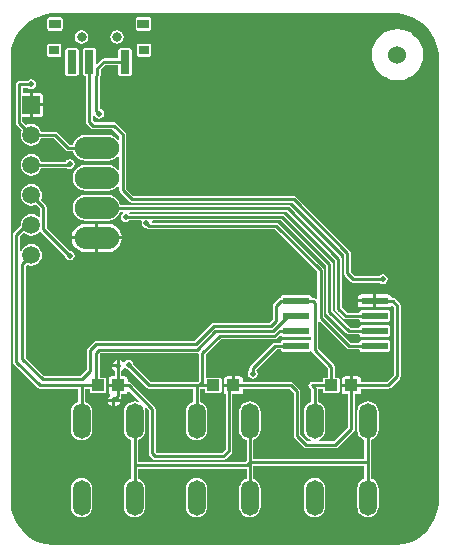
<source format=gtl>
%FSTAX23Y23*%
%MOIN*%
%SFA1B1*%

%IPPOS*%
%ADD10R,0.090000X0.023620*%
%ADD11R,0.043310X0.039370*%
%ADD12R,0.031500X0.078740*%
%ADD13R,0.035430X0.031500*%
%ADD14R,0.039370X0.031500*%
%ADD15C,0.010000*%
%ADD16C,0.060000*%
%ADD17C,0.059050*%
%ADD18R,0.059050X0.059050*%
%ADD19O,0.059050X0.118110*%
%ADD20C,0.031500*%
%ADD21O,0.148000X0.074000*%
%ADD22C,0.019680*%
%LNpcb1-1*%
%LPD*%
G36*
X01308Y01769D02*
X01327Y01764D01*
X01344Y01756*
X01361Y01747*
X01377Y01735*
X0139Y01721*
X01402Y01706*
X01412Y01689*
X01419Y01671*
X01424Y01652*
X01427Y01633*
Y01624*
Y00147*
Y00137*
X01424Y00118*
X01419Y001*
X01412Y00082*
X01402Y00065*
X0139Y0005*
X01377Y00036*
X01361Y00024*
X01344Y00014*
X01327Y00007*
X01308Y00002*
X01289Y0*
X00137*
X00118Y00002*
X001Y00007*
X00082Y00014*
X00065Y00024*
X0005Y00036*
X00036Y0005*
X00024Y00065*
X00014Y00082*
X00007Y001*
X00002Y00118*
X0Y00137*
Y00147*
Y01624*
Y01633*
X00002Y01652*
X00007Y01671*
X00014Y01689*
X00024Y01706*
X00036Y01721*
X0005Y01735*
X00065Y01747*
X00082Y01756*
X001Y01764*
X00118Y01769*
X00137Y01771*
X01289*
X01308Y01769*
G37*
%LNpcb1-2*%
%LPC*%
G36*
X01208Y00808D02*
X01158D01*
Y00801*
X01159Y00797*
X01161Y00794*
X01164Y00791*
X01168Y00791*
X01208*
Y00808*
G37*
G36*
X00068Y01202D02*
X00059Y01201D01*
X0005Y01197*
X00043Y01191*
X00037Y01184*
X00034Y01175*
X00033Y01166*
X00034Y01157*
X00037Y01148*
X00043Y01141*
X0005Y01135*
X00059Y01131*
X00068Y0113*
X00078Y01131*
X00084Y01134*
X00098Y01121*
Y01094*
X00093Y01092*
X00086Y01097*
X00078Y01101*
X00068Y01102*
X00059Y01101*
X0005Y01097*
X00043Y01091*
X00037Y01084*
X00034Y01075*
X00033Y01066*
X00033Y01063*
X00011Y01041*
X00009Y01037*
X00008Y01033*
Y01033*
Y0061*
X00009Y00605*
X00011Y00602*
X0009Y00523*
X00094Y00521*
X00098Y0052*
X00225*
Y00476*
X00218Y00473*
X0021Y00468*
X00205Y0046*
X00201Y00452*
X002Y00442*
Y00383*
X00201Y00374*
X00205Y00365*
X0021Y00358*
X00218Y00352*
X00226Y00349*
X00236Y00348*
X00245Y00349*
X00254Y00352*
X00261Y00358*
X00267Y00365*
X0027Y00374*
X00272Y00383*
Y00442*
X0027Y00452*
X00267Y0046*
X00261Y00468*
X00254Y00473*
X00247Y00476*
Y0052*
X00263*
Y00511*
X00265Y00507*
X00269Y00505*
X00313*
X00317Y00507*
X00319Y00511*
Y00551*
X00317Y00555*
X00313Y00557*
X00296*
Y00635*
X00299Y00638*
X0062*
X00623Y00639*
X00626Y00637*
X00628Y00636*
Y00545*
X00625Y00542*
X00467*
X00409Y006*
X00409Y006*
X00408Y00606*
X00405Y00611*
X00399Y00615*
X00393Y00616*
X00387Y00615*
X00382Y00611*
X0038Y00608*
X00374Y00608*
X00374Y00608*
X00372Y0061*
X00366Y00615*
X00363Y00615*
Y00596*
X00358*
Y00591*
X00339*
X00339Y00588*
X00343Y00582*
X00347Y0058*
Y00561*
X00336*
X00332Y0056*
X00329Y00558*
X00327Y00555*
X00326Y00551*
Y00536*
X00358*
Y00526*
X00326*
Y00511*
X00327Y00507*
X00329Y00504*
X00331Y00503*
X00331Y00498*
X00331Y00497*
X0033Y00496*
X00325Y0049*
X00325Y00487*
X00365*
X00366Y00488*
X00368Y00491*
X00369Y00496*
Y00501*
X00379*
X00383Y00502*
X00387Y00504*
X00389Y00507*
X0039Y00511*
Y00512*
X00394Y00514*
X00429Y0048*
X00426Y00476*
X00422Y00477*
X00413Y00478*
X00404Y00477*
X00395Y00473*
X00388Y00468*
X00382Y0046*
X00378Y00452*
X00377Y00442*
Y00383*
X00378Y00374*
X00382Y00365*
X00388Y00358*
X00395Y00352*
X00402Y0035*
Y00265*
Y0022*
X00395Y00218*
X00388Y00212*
X00382Y00204*
X00378Y00196*
X00377Y00187*
Y00127*
X00378Y00118*
X00382Y0011*
X00388Y00102*
X00395Y00096*
X00404Y00093*
X00413Y00092*
X00422Y00093*
X00431Y00096*
X00438Y00102*
X00444Y0011*
X00448Y00118*
X00449Y00127*
Y00187*
X00448Y00196*
X00444Y00204*
X00438Y00212*
X00431Y00218*
X00424Y0022*
Y00254*
X00433*
X00433*
X00786*
Y0022*
X00779Y00218*
X00771Y00212*
X00766Y00204*
X00762Y00196*
X00761Y00187*
Y00127*
X00762Y00118*
X00766Y0011*
X00771Y00102*
X00779Y00096*
X00787Y00093*
X00797Y00092*
X00806Y00093*
X00815Y00096*
X00822Y00102*
X00828Y0011*
X00831Y00118*
X00833Y00127*
Y00187*
X00831Y00196*
X00828Y00204*
X00822Y00212*
X00815Y00218*
X00808Y0022*
Y00264*
X01179*
Y0022*
X01173Y00218*
X01165Y00212*
X01159Y00204*
X01156Y00196*
X01155Y00187*
Y00127*
X01156Y00118*
X01159Y0011*
X01165Y00102*
X01173Y00096*
X01181Y00093*
X0119Y00092*
X012Y00093*
X01208Y00096*
X01216Y00102*
X01221Y0011*
X01225Y00118*
X01226Y00127*
Y00187*
X01225Y00196*
X01221Y00204*
X01216Y00212*
X01208Y00218*
X01202Y0022*
Y00275*
Y0035*
X01208Y00352*
X01216Y00358*
X01221Y00365*
X01225Y00374*
X01226Y00383*
Y00442*
X01225Y00452*
X01221Y0046*
X01216Y00468*
X01208Y00473*
X012Y00477*
X0119Y00478*
X01181Y00477*
X01173Y00473*
X01165Y00468*
X01159Y0046*
X01156Y00452*
X01155Y00442*
Y00383*
X01156Y00374*
X01159Y00365*
X01165Y00358*
X01173Y00352*
X01179Y0035*
Y00286*
X00808*
Y0035*
X00815Y00352*
X00822Y00358*
X00828Y00365*
X00831Y00374*
X00833Y00383*
Y00442*
X00831Y00452*
X00828Y0046*
X00822Y00468*
X00815Y00473*
X00806Y00477*
X00797Y00478*
X00787Y00477*
X00779Y00473*
X00771Y00468*
X00766Y0046*
X00762Y00452*
X00761Y00442*
Y00383*
X00762Y00374*
X00766Y00365*
X00771Y00358*
X00779Y00352*
X00786Y0035*
Y0028*
X00782Y00276*
X00433*
X00433Y00276*
X00424*
Y0035*
X00431Y00352*
X00438Y00358*
X00444Y00365*
X00448Y00374*
X00449Y00383*
Y00442*
X00448Y00452*
X00446Y00455*
X0045Y00458*
X00461Y00448*
Y00305*
X00462Y003*
X00464Y00297*
X00474Y00287*
X00477Y00284*
X00482Y00284*
X00708*
X00712Y00284*
X00716Y00287*
X00736Y00307*
X00738Y0031*
X00739Y00314*
Y00501*
X00763*
X00767Y00502*
X0077Y00504*
X00773Y00507*
X00773Y00511*
Y0052*
X0093*
X00943Y00507*
Y00364*
X00944Y00359*
X00946Y00356*
X00976Y00326*
X00979Y00324*
X00984Y00323*
X01082*
X01086Y00324*
X0109Y00326*
X01143Y00379*
X01146Y00383*
X01147Y00387*
Y00501*
X01157*
X01161Y00502*
X01164Y00504*
X01166Y00507*
X01167Y00511*
Y0052*
X01259*
X01264Y00521*
X01267Y00523*
X01297Y00553*
X01299Y00556*
X013Y00561*
Y00797*
X01299Y00801*
X01297Y00805*
X01281Y00821*
X01277Y00823*
X01273Y00824*
X01268Y00825*
X01268Y00828*
X01265Y00832*
X01262Y00834*
X01258Y00835*
X01218*
Y00813*
Y00791*
X01258*
X01262Y00791*
X01265Y00794*
X01267Y00796*
X01271Y00797*
X01273Y00797*
X01278Y00792*
Y00565*
X01255Y00542*
X01167*
Y00551*
X01166Y00555*
X01164Y00558*
X01161Y0056*
X01157Y00561*
X0114*
Y00531*
X01135*
Y00526*
X01103*
Y00511*
X01104Y00507*
X01106Y00504*
X0111Y00502*
X01114Y00501*
X01124*
Y00392*
X01078Y00345*
X01027*
X01026Y0035*
X01031Y00352*
X01039Y00358*
X01044Y00365*
X01048Y00374*
X01049Y00383*
Y00442*
X01048Y00452*
X01044Y0046*
X01039Y00468*
X01031Y00473*
X01025Y00476*
Y0052*
X0104*
Y00511*
X01042Y00507*
X01047Y00505*
X0109*
X01095Y00507*
X01097Y00511*
Y00551*
X01095Y00555*
X0109Y00557*
X0108*
Y00594*
X01079Y00598*
X01076Y00602*
X01024Y00654*
Y00743*
X01029Y00745*
X0112Y00655*
X01123Y00652*
X01128Y00651*
X01162*
Y00651*
X01164Y00646*
X01168Y00644*
X01258*
X01263Y00646*
X01265Y00651*
Y00675*
X01263Y00679*
X01258Y00681*
X01168*
X01164Y00679*
X01162Y00675*
Y00674*
X01132*
X01044Y00762*
Y00915*
X01043Y00919*
X01041Y00923*
X00893Y0107*
X0089Y01073*
X00885Y01074*
X00472*
X00471Y01076*
X00474Y01081*
X009*
X01051Y0093*
Y00777*
X01052Y00773*
X01055Y00769*
X01119Y00705*
X01123Y00702*
X01127Y00701*
X01162*
Y00701*
X01164Y00696*
X01168Y00694*
X01258*
X01263Y00696*
X01265Y00701*
Y00725*
X01263Y00729*
X01258Y00731*
X01168*
X01164Y00729*
X01162Y00725*
Y00724*
X01132*
X01074Y00782*
Y00935*
X01073Y00939*
X0107Y00942*
X00913Y011*
X00909Y01102*
X00905Y01103*
X00466*
X00465Y01104*
X00461Y01104*
X00444*
X00439Y01104*
X00439Y01103*
X00396*
X00394Y01105*
X00396Y0111*
X0092*
X01081Y0095*
Y00787*
X01082Y00783*
X01084Y00779*
X01108Y00755*
X01112Y00752*
X01116Y00751*
X01162*
Y00751*
X01164Y00746*
X01168Y00744*
X01258*
X01263Y00746*
X01265Y00751*
Y00775*
X01263Y00779*
X01258Y00781*
X01168*
X01164Y00779*
X01162Y00775*
Y00774*
X01121*
X01103Y00792*
Y00954*
X01102Y00959*
X011Y00962*
X00933Y01129*
X00929Y01132*
X00925Y01133*
X00366*
X00365Y01134*
X00361Y01144*
X00354Y01153*
X00345Y0116*
X00335Y01165*
X00324Y01166*
X0025*
X00238Y01165*
X00228Y0116*
X00219Y01153*
X00212Y01144*
X00208Y01134*
X00206Y01123*
X00208Y01112*
X00212Y01101*
X00219Y01092*
X00228Y01085*
X00238Y01081*
X0025Y01079*
X00324*
X00335Y01081*
X00345Y01085*
X00354Y01092*
X00361Y01101*
X00365Y0111*
X00373*
X00375Y01105*
X00372Y01103*
X00368Y01098*
X00367Y01092*
X00368Y01086*
X00372Y01081*
X00377Y01077*
X00383Y01076*
X0039Y01077*
X00395Y01081*
X00395Y01081*
X00433*
X00437Y01076*
X00436Y01072*
X00437Y01066*
X00441Y01061*
X00446Y01057*
X00452Y01056*
X00453Y01056*
X00454Y01055*
X00458Y01052*
X00462Y01051*
X00881*
X01022Y0091*
Y00821*
X01017Y00819*
X01015Y00821*
X01011Y00823*
X01007Y00824*
X01003Y00824*
Y00825*
X01001Y00829*
X00996Y00831*
X00906*
X00901Y00829*
X009Y00825*
Y00824*
X00897Y00823*
X00893Y00821*
X00877Y00805*
X00875Y00801*
X00874Y00797*
Y00752*
X00862Y00739*
X00676*
X00671Y00738*
X00668Y00736*
X00612Y0068*
X00285*
X00281Y00679*
X00277Y00677*
X00257Y00657*
X00255Y00653*
X00254Y00649*
Y00585*
X00231Y00562*
X00112*
X0005Y00624*
Y0093*
X00054Y00933*
X00059Y00931*
X00068Y0093*
X00078Y00931*
X00086Y00935*
X00094Y00941*
X00099Y00948*
X00103Y00957*
X00104Y00966*
X00103Y00975*
X00099Y00984*
X00094Y00991*
X00086Y00997*
X00078Y01001*
X00068Y01002*
X00059Y01001*
X0005Y00997*
X00043Y00991*
X00037Y00984*
X00035Y00979*
X0003Y0098*
Y01028*
X00043Y01041*
X00043Y01041*
X0005Y01035*
X00059Y01031*
X00068Y0103*
X00078Y01031*
X00086Y01035*
X00094Y01041*
X00096Y01044*
X00096*
X00102Y01043*
X0018Y00964*
X0018Y00964*
X00181Y00958*
X00185Y00953*
X0019Y00949*
X00196Y00948*
X00203Y00949*
X00208Y00953*
X00211Y00958*
X00213Y00964*
X00211Y0097*
X00208Y00975*
X00203Y00979*
X00196Y0098*
X00196Y0098*
X0012Y01056*
Y01126*
X00119Y0113*
X00117Y01133*
X001Y0115*
X00103Y01157*
X00104Y01166*
X00103Y01175*
X00099Y01184*
X00094Y01191*
X00086Y01197*
X00078Y01201*
X00068Y01202*
G37*
G36*
X00353Y00615D02*
X0035Y00615D01*
X00343Y0061*
X00339Y00604*
X00339Y00601*
X00353*
Y00615*
G37*
G36*
X0037Y01018D02*
X00292D01*
Y00975*
X00324*
X00336Y00977*
X00347Y00982*
X00357Y00989*
X00365Y00999*
X00369Y0101*
X0037Y01018*
G37*
G36*
X00282D02*
X00203D01*
X00204Y0101*
X00208Y00999*
X00216Y00989*
X00226Y00982*
X00237Y00977*
X0025Y00975*
X00282*
Y01018*
G37*
G36*
X01208Y00835D02*
X01168D01*
X01164Y00834*
X01161Y00832*
X01159Y00828*
X01158Y00825*
Y00818*
X01208*
Y00835*
G37*
G36*
X01013Y00222D02*
X01004Y00221D01*
X00995Y00218*
X00988Y00212*
X00982Y00204*
X00979Y00196*
X00977Y00187*
Y00127*
X00979Y00118*
X00982Y0011*
X00988Y00102*
X00995Y00096*
X01004Y00093*
X01013Y00092*
X01023Y00093*
X01031Y00096*
X01039Y00102*
X01044Y0011*
X01048Y00118*
X01049Y00127*
Y00187*
X01048Y00196*
X01044Y00204*
X01039Y00212*
X01031Y00218*
X01023Y00221*
X01013Y00222*
G37*
G36*
X0062D02*
X0061Y00221D01*
X00602Y00218*
X00594Y00212*
X00589Y00204*
X00585Y00196*
X00584Y00187*
Y00127*
X00585Y00118*
X00589Y0011*
X00594Y00102*
X00602Y00096*
X0061Y00093*
X0062Y00092*
X00629Y00093*
X00638Y00096*
X00645Y00102*
X00651Y0011*
X00654Y00118*
X00655Y00127*
Y00187*
X00654Y00196*
X00651Y00204*
X00645Y00212*
X00638Y00218*
X00629Y00221*
X0062Y00222*
G37*
G36*
X00236D02*
X00226Y00221D01*
X00218Y00218*
X0021Y00212*
X00205Y00204*
X00201Y00196*
X002Y00187*
Y00127*
X00201Y00118*
X00205Y0011*
X0021Y00102*
X00218Y00096*
X00226Y00093*
X00236Y00092*
X00245Y00093*
X00254Y00096*
X00261Y00102*
X00267Y0011*
X0027Y00118*
X00272Y00127*
Y00187*
X0027Y00196*
X00267Y00204*
X00261Y00212*
X00254Y00218*
X00245Y00221*
X00236Y00222*
G37*
G36*
X0113Y00561D02*
X01114D01*
X0111Y0056*
X01106Y00558*
X01104Y00555*
X01103Y00551*
Y00536*
X0113*
Y00561*
G37*
G36*
X00363Y00477D02*
X00349D01*
Y00463*
X00352Y00463*
X00358Y00467*
X00363Y00474*
X00363Y00477*
G37*
G36*
X00339D02*
X00325D01*
X00325Y00474*
X0033Y00467*
X00336Y00463*
X00339Y00463*
Y00477*
G37*
G36*
X00282Y0107D02*
X0025D01*
X00237Y01069*
X00226Y01064*
X00216Y01056*
X00208Y01046*
X00204Y01035*
X00203Y01028*
X00282*
Y0107*
G37*
G36*
X00167Y01759D02*
X00127D01*
X00123Y01757*
X00121Y01752*
Y01721*
X00123Y01716*
X00127Y01714*
X00167*
X00171Y01716*
X00173Y01721*
Y01752*
X00171Y01757*
X00167Y01759*
G37*
G36*
X00462Y0167D02*
X00427D01*
X00422Y01668*
X0042Y01664*
Y01632*
X00422Y01628*
X00427Y01626*
X00462*
X00467Y01628*
X00469Y01632*
Y01664*
X00467Y01668*
X00462Y0167*
G37*
G36*
X00163D02*
X00127D01*
X00123Y01668*
X00121Y01664*
Y01632*
X00123Y01628*
X00127Y01626*
X00163*
X00167Y01628*
X00169Y01632*
Y01664*
X00167Y01668*
X00163Y0167*
G37*
G36*
X00462Y01759D02*
X00423D01*
X00418Y01757*
X00416Y01752*
Y01721*
X00418Y01716*
X00423Y01714*
X00462*
X00467Y01716*
X00469Y01721*
Y01752*
X00467Y01757*
X00462Y01759*
G37*
G36*
X01289Y01719D02*
X01289Y01719D01*
X01288Y01719*
X01273Y01717*
X01272Y01717*
X01272Y01717*
X01257Y01713*
X01256Y01712*
X01256Y01712*
X01242Y01705*
X01241Y01704*
X01241Y01704*
X01229Y01694*
X01228Y01694*
X01228Y01693*
X01218Y01681*
X01218Y01681*
X01217Y0168*
X0121Y01667*
X0121Y01666*
X0121Y01666*
X01205Y01651*
X01205Y0165*
X01205Y01649*
X01203Y01634*
X01203Y01633*
X01203Y01633*
X01205Y01617*
X01205Y01617*
X01205Y01616*
X0121Y01601*
X0121Y01601*
X0121Y016*
X01217Y01586*
X01218Y01586*
X01218Y01585*
X01228Y01573*
X01228Y01573*
X01229Y01572*
X01241Y01563*
X01241Y01562*
X01242Y01562*
X01256Y01555*
X01256Y01554*
X01257Y01554*
X01272Y0155*
X01272Y0155*
X01273Y01549*
X01288Y01548*
X01289Y01548*
X01289Y01548*
X01289Y01548*
X0129Y01548*
X01305Y01549*
X01306Y0155*
X01306Y0155*
X01321Y01554*
X01322Y01554*
X01322Y01555*
X01336Y01562*
X01336Y01562*
X01337Y01563*
X01349Y01572*
X01349Y01573*
X0135Y01573*
X0136Y01585*
X0136Y01586*
X0136Y01586*
X01368Y016*
X01368Y01601*
X01368Y01601*
X01373Y01616*
X01373Y01617*
X01373Y01617*
X01374Y01633*
X01374Y01633*
X01374Y01634*
X01373Y01649*
X01373Y0165*
X01373Y01651*
X01368Y01666*
X01368Y01666*
X01368Y01667*
X0136Y0168*
X0136Y01681*
X0136Y01681*
X0135Y01693*
X01349Y01694*
X01349Y01694*
X01337Y01704*
X01336Y01704*
X01336Y01705*
X01322Y01712*
X01322Y01712*
X01321Y01713*
X01306Y01717*
X01306Y01717*
X01305Y01717*
X0129Y01719*
X01289Y01719*
X01289Y01719*
G37*
G36*
X00354Y01715D02*
X00353Y01715D01*
X00353Y01715*
X00346Y01714*
X00345Y01713*
X00344Y01713*
X00339Y01709*
X00338Y01708*
X00337Y01707*
X00334Y01702*
X00333Y01701*
X00333Y017*
X00331Y01694*
X00332Y01692*
X00331Y01691*
X00333Y01685*
X00333Y01684*
X00334Y01683*
X00337Y01677*
X00338Y01677*
X00339Y01676*
X00344Y01672*
X00345Y01672*
X00346Y01671*
X00353Y0167*
X00353Y0167*
X00354Y0167*
X00354Y0167*
X00355Y0167*
X00361Y01671*
X00362Y01672*
X00364Y01672*
X00369Y01676*
X0037Y01677*
X00371Y01677*
X00374Y01683*
X00374Y01684*
X00375Y01685*
X00376Y01691*
X00376Y01692*
X00376Y01694*
X00375Y017*
X00374Y01701*
X00374Y01702*
X00371Y01707*
X0037Y01708*
X00369Y01709*
X00364Y01713*
X00362Y01713*
X00361Y01714*
X00355Y01715*
X00354Y01715*
X00354Y01715*
G37*
G36*
X00236D02*
X00235Y01715D01*
X00234Y01715*
X00228Y01714*
X00227Y01713*
X00226Y01713*
X00221Y01709*
X0022Y01708*
X00219Y01707*
X00215Y01702*
X00215Y01701*
X00215Y017*
X00213Y01694*
X00214Y01692*
X00213Y01691*
X00215Y01685*
X00215Y01684*
X00215Y01683*
X00219Y01677*
X0022Y01677*
X00221Y01676*
X00226Y01672*
X00227Y01672*
X00228Y01671*
X00234Y0167*
X00235Y0167*
X00236Y0167*
X00236Y0167*
X00237Y0167*
X00243Y01671*
X00244Y01672*
X00245Y01672*
X00251Y01676*
X00251Y01677*
X00252Y01677*
X00256Y01683*
X00256Y01684*
X00257Y01685*
X00258Y01691*
X00258Y01692*
X00258Y01694*
X00257Y017*
X00256Y01701*
X00256Y01702*
X00252Y01707*
X00251Y01708*
X00251Y01709*
X00245Y01713*
X00244Y01713*
X00243Y01714*
X00237Y01715*
X00236Y01715*
X00236Y01715*
G37*
G36*
X00108Y01461D02*
X00073D01*
Y01426*
X00098*
X00102Y01427*
X00105Y01429*
X00107Y01433*
X00108Y01437*
Y01461*
G37*
G36*
X00098Y01506D02*
X00073D01*
Y01471*
X00108*
Y01496*
X00107Y01499*
X00105Y01503*
X00102Y01505*
X00098Y01506*
G37*
G36*
X00324Y0107D02*
X00292D01*
Y01028*
X0037*
X00369Y01035*
X00365Y01046*
X00357Y01056*
X00347Y01064*
X00336Y01069*
X00324Y0107*
G37*
G36*
X00068Y01302D02*
X00059Y01301D01*
X0005Y01297*
X00043Y01291*
X00037Y01284*
X00034Y01275*
X00033Y01266*
X00034Y01257*
X00037Y01248*
X00043Y01241*
X0005Y01235*
X00059Y01231*
X00068Y0123*
X00078Y01231*
X00086Y01235*
X00094Y01241*
X00099Y01248*
X00102Y01255*
X00189*
X0019Y01254*
X00196Y01253*
X00203Y01254*
X00208Y01258*
X00211Y01263*
X00213Y01269*
X00211Y01275*
X00208Y01281*
X00203Y01284*
X00196Y01285*
X0019Y01284*
X00185Y01281*
X00183Y01277*
X00102*
X00099Y01284*
X00094Y01291*
X00086Y01297*
X00078Y01301*
X00068Y01302*
G37*
G36*
X00396Y01656D02*
X00365D01*
X0036Y01654*
X00358Y01649*
Y01621*
X00311*
X00306Y0162*
X00303Y01618*
Y01618*
X00289Y01604*
X00285Y01606*
Y01649*
X00283Y01654*
X00278Y01656*
X00247*
X00242Y01654*
X0024Y01649*
Y0157*
X00242Y01566*
X00247Y01564*
X00251*
Y0141*
X00252Y01406*
X00254Y01402*
X00267Y01389*
X00271Y01387*
X00275Y01386*
X00339*
X00362Y01363*
Y01351*
X00357Y01349*
X00354Y01353*
X00345Y0136*
X00335Y01365*
X00324Y01366*
X0025*
X00238Y01365*
X00228Y0136*
X00219Y01353*
X00212Y01344*
X00208Y01334*
Y01334*
X00197*
X00157Y01374*
X00153Y01376*
X00149Y01377*
X00102*
X00099Y01384*
X00094Y01391*
X00086Y01397*
X00078Y01401*
X00068Y01402*
X00059Y01401*
X00052Y01398*
X00039Y01411*
Y01426*
X00063*
Y01466*
Y01506*
X0004*
Y01524*
X00057*
X00057Y01524*
X00062Y0152*
X00068Y01519*
X00075Y0152*
X0008Y01524*
X00083Y01529*
X00085Y01535*
X00083Y01541*
X0008Y01546*
X00075Y0155*
X00068Y01551*
X00062Y0155*
X00057Y01546*
X00057Y01546*
X00029*
X00025Y01545*
X00021Y01543*
X00019Y01539*
X00018Y01535*
Y01505*
X00018Y01504*
X00017Y015*
Y01407*
X00018Y01402*
X0002Y01399*
X00037Y01382*
X00034Y01375*
X00033Y01366*
X00034Y01357*
X00037Y01348*
X00043Y01341*
X0005Y01335*
X00059Y01331*
X00068Y0133*
X00078Y01331*
X00086Y01335*
X00094Y01341*
X00099Y01348*
X00102Y01355*
X00144*
X00184Y01315*
X00188Y01312*
X00192Y01312*
X00208*
Y01312*
X00212Y01301*
X00219Y01292*
X00228Y01285*
X00238Y01281*
X0025Y01279*
X00324*
X00335Y01281*
X00345Y01285*
X00354Y01292*
X00357Y01296*
X00362Y01294*
Y01251*
X00357Y01249*
X00354Y01253*
X00345Y0126*
X00335Y01265*
X00324Y01266*
X0025*
X00238Y01265*
X00228Y0126*
X00219Y01253*
X00212Y01244*
X00208Y01234*
X00206Y01223*
X00208Y01212*
X00212Y01201*
X00219Y01192*
X00228Y01185*
X00238Y01181*
X0025Y01179*
X00324*
X00335Y01181*
X00345Y01185*
X00354Y01192*
X00357Y01196*
X00362Y01194*
Y01181*
X00363Y01176*
X00366Y01173*
X00395Y01143*
Y01143*
X00399Y01141*
X00403Y0114*
X0094*
X0111Y00969*
Y00905*
X01111Y00901*
X01114Y00897*
X01133Y00877*
X01137Y00875*
X01141Y00874*
X01228*
X01228Y00874*
X01233Y0087*
X0124Y00869*
X01246Y0087*
X01251Y00874*
X01255Y00879*
X01256Y00885*
X01255Y00892*
X01251Y00897*
X01246Y009*
X0124Y00901*
X01233Y009*
X01228Y00897*
X01228Y00897*
X01146*
X01133Y0091*
Y00974*
X01132Y00978*
X01129Y00982*
X00952Y01159*
X00949Y01161*
X00944Y01162*
X00408*
X00385Y01185*
Y01368*
X00384Y01372*
X00381Y01376*
X00352Y01405*
X00348Y01408*
X00344Y01408*
X0028*
X00274Y01415*
Y01429*
X00279Y01432*
X0028Y01432*
X0028Y0143*
X00283Y01425*
X00289Y01422*
X00295Y0142*
X00301Y01422*
X00306Y01425*
X0031Y0143*
X00311Y01437*
X0031Y01443*
X00306Y01448*
X00301Y01451*
X00296Y01452*
Y01557*
X00297Y01558*
X00299Y01562*
X003Y01566*
Y01584*
X00315Y01599*
X00358*
Y0157*
X0036Y01566*
X00365Y01564*
X00396*
X00401Y01566*
X00403Y0157*
Y01649*
X00401Y01654*
X00396Y01656*
G37*
G36*
X00219D02*
X00188D01*
X00183Y01654*
X00181Y01649*
Y0157*
X00183Y01566*
X00188Y01564*
X00219*
X00224Y01566*
X00226Y0157*
Y01649*
X00224Y01654*
X00219Y01656*
G37*
%LNpcb1-3*%
%LPD*%
G36*
X00901Y00696D02*
X00906Y00694D01*
X00996*
X00997Y00695*
X01002Y00691*
Y00684*
X00997Y00681*
X00996Y00681*
X00906*
X00901Y00679*
X009Y00675*
Y00674*
X00882*
Y00674*
X00877Y00673*
X00874Y00671*
X00799Y00596*
X00796Y00592*
X00795Y00588*
Y00582*
X00795Y00582*
X00792Y00577*
X0079Y0057*
X00792Y00564*
X00795Y00559*
X008Y00555*
X00807Y00554*
X00813Y00555*
X00818Y00559*
X00822Y00564*
X00823Y0057*
X00822Y00577*
X00818Y00582*
X00821Y00586*
X00886Y00651*
X009*
Y00651*
X00901Y00646*
X00906Y00644*
X00996*
X00998Y00645*
X01002Y00645*
X01004Y00643*
X01005Y00641*
X01057Y00589*
Y00557*
X01047*
X01042Y00555*
X0104Y00551*
Y00542*
X01003*
X00999Y00541*
X00996Y00539*
X00993Y00535*
X00992Y00531*
X00993Y00527*
X00996Y00523*
X01002Y00517*
Y00476*
X00995Y00473*
X00988Y00468*
X00982Y0046*
X00979Y00452*
X00977Y00442*
Y00383*
X00979Y00374*
X00982Y00365*
X00988Y00358*
X00995Y00352*
X01Y0035*
X00999Y00345*
X00988*
X00965Y00368*
Y00511*
X00965Y00516*
X00962Y00519*
X00942Y00539*
X00939Y00541*
X00935Y00542*
X00773*
Y00551*
X00773Y00555*
X0077Y00558*
X00767Y0056*
X00763Y00561*
X00747*
Y00531*
X00742*
Y00526*
X0071*
Y00511*
X00711Y00507*
X00713Y00504*
X00716Y00502*
X00717Y00502*
Y00319*
X00704Y00306*
X00486*
X00483Y00309*
Y00452*
X00482Y00457*
X0048Y0046*
X00401Y00539*
X00397Y00541*
X00393Y00542*
X0039Y00545*
Y00551*
X00389Y00555*
X00387Y00558*
X00383Y0056*
X00379Y00561*
X00369*
Y0058*
X00372Y00582*
X00376Y00588*
X00378Y00588*
X00382Y00589*
X00382Y00588*
X00387Y00585*
X00393Y00584*
X00393Y00584*
X00454Y00523*
X00458Y00521*
X00462Y0052*
X00608*
Y00476*
X00602Y00473*
X00594Y00468*
X00589Y0046*
X00585Y00452*
X00584Y00442*
Y00383*
X00585Y00374*
X00589Y00365*
X00594Y00358*
X00602Y00352*
X0061Y00349*
X0062Y00348*
X00629Y00349*
X00638Y00352*
X00645Y00358*
X00651Y00365*
X00654Y00374*
X00655Y00383*
Y00442*
X00654Y00452*
X00651Y0046*
X00645Y00468*
X00638Y00473*
X00631Y00476*
Y0052*
X00647*
Y00511*
X00648Y00507*
X00653Y00505*
X00696*
X00701Y00507*
X00703Y00511*
Y00551*
X00701Y00555*
X00696Y00557*
X00653*
X0065Y00559*
Y00635*
X007Y00685*
X00879*
X00884Y00685*
X00887Y00688*
X00897Y00697*
X00901Y00696*
G37*
%LNpcb1-4*%
%LPC*%
G36*
X00737Y00561D02*
X0072D01*
X00716Y0056*
X00713Y00558*
X00711Y00555*
X0071Y00551*
Y00536*
X00737*
Y00561*
G37*
%LNpcb1-5*%
%LPD*%
G54D10*
X00951Y00813D03*
Y00763D03*
Y00663D03*
X01213Y00813D03*
Y00763D03*
Y00663D03*
X00951Y00713D03*
X01213D03*
G54D11*
X01068Y00531D03*
X01135D03*
X00742D03*
X00675D03*
X00291D03*
X00358D03*
G54D12*
X00262Y0161D03*
X0038D03*
X00203D03*
G54D13*
X00444Y01648D03*
X00145D03*
G54D14*
X00442Y01737D03*
X00147D03*
G54D15*
X00028Y01407D02*
X00068Y01366D01*
X00028Y01407D02*
Y015D01*
X00029Y01501*
Y01535*
X00068*
X00192Y01323D02*
X00287D01*
X00109Y01051D02*
Y01126D01*
X00068Y01166D02*
X00109Y01126D01*
X00285Y00537D02*
X00291Y00531D01*
X01128Y00663D02*
X01213D01*
X01033Y00757D02*
X01128Y00663D01*
X01033Y00757D02*
Y00915D01*
X01141Y00885D02*
X0124D01*
X01122Y00905D02*
X01141Y00885D01*
X01122Y00905D02*
Y00974D01*
X00944Y01151D02*
X01122Y00974D01*
X00462Y01092D02*
X00905D01*
X00461Y01093D02*
X00462Y01092D01*
X00444Y01093D02*
X00461D01*
X00442Y01092D02*
X00444Y01093D01*
X00905Y01092D02*
X01062Y00935D01*
X00885Y01062D02*
X01033Y00915D01*
X00462Y01062D02*
X00885D01*
X00452Y01072D02*
X00462Y01062D01*
X00288Y01122D02*
X00925D01*
X00287Y01123D02*
X00288Y01122D01*
X00925D02*
X01092Y00954D01*
X00068Y01266D02*
X00193D01*
X00196Y01269*
X01062Y00777D02*
Y00935D01*
Y00777D02*
X01127Y00713D01*
X01213*
X01092Y00787D02*
Y00954D01*
Y00787D02*
X01116Y00763D01*
X01213*
X00358Y00531D02*
X00393D01*
X00472Y00452*
Y00305D02*
Y00452D01*
Y00305D02*
X00482Y00295D01*
X00708*
X00728Y00314*
Y00517*
X00742Y00531*
X00344Y00482D02*
X00358Y00496D01*
Y00531*
X01213Y00813D02*
X01273D01*
X01289Y00797*
Y00561D02*
Y00797D01*
X01259Y00531D02*
X01289Y00561D01*
X01135Y00531D02*
X01259D01*
X01135Y00387D02*
Y00531D01*
X01082Y00334D02*
X01135Y00387D01*
X00984Y00334D02*
X01082D01*
X00954Y00364D02*
X00984Y00334D01*
X00954Y00364D02*
Y00511D01*
X00935Y00531D02*
X00954Y00511D01*
X00742Y00531D02*
X00935D01*
X01068D02*
Y00594D01*
X00807Y0057D02*
Y00588D01*
X00882Y00663*
X00951*
Y00813D02*
X01007D01*
X01013Y00807*
Y00649D02*
Y00807D01*
Y00649D02*
X01068Y00594D01*
X00797Y00275D02*
X0119D01*
Y00413*
Y00157D02*
Y00275D01*
X00413Y00157D02*
Y00265D01*
X00797Y00275D02*
Y00413D01*
Y00157D02*
Y00275D01*
X00413Y00265D02*
Y00413D01*
X00787Y00265D02*
X00797Y00275D01*
X00462Y00531D02*
X0062D01*
X00109Y01051D02*
X00196Y00964D01*
X01013Y00413D02*
Y00521D01*
X01003Y00531D02*
X01013Y00521D01*
X01003Y00531D02*
X01068D01*
X0062Y00413D02*
Y00413D01*
Y00413D02*
Y00531D01*
X00052Y01066D02*
X00068D01*
X00019Y01033D02*
X00052Y01066D01*
X00019Y0061D02*
Y01033D01*
Y0061D02*
X00098Y00531D01*
X00236*
Y00413D02*
Y00531D01*
Y00531D02*
Y00531D01*
Y00531D02*
X00291D01*
X00068Y01366D02*
X00149D01*
X00192Y01323*
X00285Y00537D02*
Y00639D01*
X00295Y00649*
X0062*
X00682Y00712*
X00924Y00763D02*
X00951D01*
X00639Y00639D02*
X00696Y00696D01*
X00896Y00713D02*
X00951D01*
X00696Y00696D02*
X00879D01*
X00896Y00713*
X00682Y00712D02*
X00873D01*
X00924Y00763*
X00617Y00669D02*
X00676Y00728D01*
X00866*
X00285Y00669D02*
X00617D01*
X00265Y00649D02*
X00285Y00669D01*
X00039Y0062D02*
Y00937D01*
X00068Y00966*
X00039Y0062D02*
X00108Y00551D01*
X00236*
X00265Y0058*
Y00649*
X00866Y00728D02*
X00885Y00747D01*
Y00797*
X00901Y00813*
X00951*
X0062Y00531D02*
X00629D01*
X00639Y00541D02*
Y00639D01*
Y00531D02*
Y00541D01*
X00629Y00531D02*
X00639D01*
X00675*
X00629D02*
X00639Y00541D01*
X00433Y00265D02*
X00787D01*
X00433D02*
D01*
X00413D02*
X00433D01*
X00275Y01397D02*
X00344D01*
X00374Y01368*
Y01181D02*
Y01368D01*
Y01181D02*
X00403Y01151D01*
X00944*
X00311Y0161D02*
X0038D01*
X00262Y0141D02*
X00275Y01397D01*
X00262Y0141D02*
Y0161D01*
X00285Y01446D02*
X00295Y01437D01*
X00285Y01446D02*
Y01562D01*
X00289Y01566*
Y01588*
X00311Y0161*
X00383Y01092D02*
X00442D01*
X00358Y00531D02*
Y00596D01*
X00393Y006D02*
X00462Y00531D01*
G54D16*
X01289Y01633D03*
G54D17*
X00068Y00966D03*
Y01066D03*
Y01166D03*
Y01266D03*
Y01366D03*
G54D18*
X00068Y01466D03*
G54D19*
X00797Y00413D03*
Y00157D03*
X0062Y00413D03*
Y00157D03*
X00236D03*
Y00413D03*
X00413Y00157D03*
Y00413D03*
X0119D03*
Y00157D03*
X01013Y00413D03*
Y00157D03*
G54D20*
X00354Y01692D03*
X00236D03*
G54D21*
X00287Y01023D03*
Y01123D03*
Y01223D03*
Y01323D03*
G54D22*
X00068Y01535D03*
X00295Y01437D03*
X0124Y00885D03*
X00196Y01269D03*
X00452Y01072D03*
X00344Y00482D03*
X00807Y0057D03*
X00196Y00964D03*
X00383Y01092D03*
X00358Y00596D03*
X00393Y006D03*
M02*
</source>
